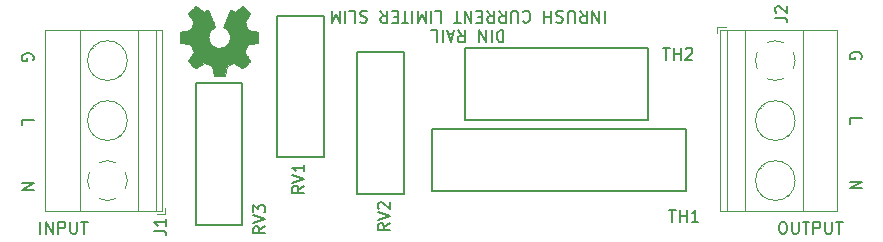
<source format=gbr>
G04 #@! TF.GenerationSoftware,KiCad,Pcbnew,5.1.5+dfsg1-2build2*
G04 #@! TF.CreationDate,2021-09-07T18:55:11-05:00*
G04 #@! TF.ProjectId,INRUSH_CURRENT_LIMITER_SLIM,494e5255-5348-45f4-9355-5252454e545f,rev?*
G04 #@! TF.SameCoordinates,Original*
G04 #@! TF.FileFunction,Legend,Top*
G04 #@! TF.FilePolarity,Positive*
%FSLAX46Y46*%
G04 Gerber Fmt 4.6, Leading zero omitted, Abs format (unit mm)*
G04 Created by KiCad (PCBNEW 5.1.5+dfsg1-2build2) date 2021-09-07 18:55:11*
%MOMM*%
%LPD*%
G04 APERTURE LIST*
%ADD10C,0.150000*%
%ADD11C,0.010000*%
%ADD12C,0.120000*%
G04 APERTURE END LIST*
D10*
X141279190Y-102353619D02*
X141279190Y-103353619D01*
X141041095Y-103353619D01*
X140898238Y-103306000D01*
X140803000Y-103210761D01*
X140755380Y-103115523D01*
X140707761Y-102925047D01*
X140707761Y-102782190D01*
X140755380Y-102591714D01*
X140803000Y-102496476D01*
X140898238Y-102401238D01*
X141041095Y-102353619D01*
X141279190Y-102353619D01*
X140279190Y-102353619D02*
X140279190Y-103353619D01*
X139803000Y-102353619D02*
X139803000Y-103353619D01*
X139231571Y-102353619D01*
X139231571Y-103353619D01*
X137422047Y-102353619D02*
X137755380Y-102829809D01*
X137993476Y-102353619D02*
X137993476Y-103353619D01*
X137612523Y-103353619D01*
X137517285Y-103306000D01*
X137469666Y-103258380D01*
X137422047Y-103163142D01*
X137422047Y-103020285D01*
X137469666Y-102925047D01*
X137517285Y-102877428D01*
X137612523Y-102829809D01*
X137993476Y-102829809D01*
X137041095Y-102639333D02*
X136564904Y-102639333D01*
X137136333Y-102353619D02*
X136803000Y-103353619D01*
X136469666Y-102353619D01*
X136136333Y-102353619D02*
X136136333Y-103353619D01*
X135183952Y-102353619D02*
X135660142Y-102353619D01*
X135660142Y-103353619D01*
X149850619Y-100703619D02*
X149850619Y-101703619D01*
X149374428Y-100703619D02*
X149374428Y-101703619D01*
X148803000Y-100703619D01*
X148803000Y-101703619D01*
X147755380Y-100703619D02*
X148088714Y-101179809D01*
X148326809Y-100703619D02*
X148326809Y-101703619D01*
X147945857Y-101703619D01*
X147850619Y-101656000D01*
X147803000Y-101608380D01*
X147755380Y-101513142D01*
X147755380Y-101370285D01*
X147803000Y-101275047D01*
X147850619Y-101227428D01*
X147945857Y-101179809D01*
X148326809Y-101179809D01*
X147326809Y-101703619D02*
X147326809Y-100894095D01*
X147279190Y-100798857D01*
X147231571Y-100751238D01*
X147136333Y-100703619D01*
X146945857Y-100703619D01*
X146850619Y-100751238D01*
X146803000Y-100798857D01*
X146755380Y-100894095D01*
X146755380Y-101703619D01*
X146326809Y-100751238D02*
X146183952Y-100703619D01*
X145945857Y-100703619D01*
X145850619Y-100751238D01*
X145803000Y-100798857D01*
X145755380Y-100894095D01*
X145755380Y-100989333D01*
X145803000Y-101084571D01*
X145850619Y-101132190D01*
X145945857Y-101179809D01*
X146136333Y-101227428D01*
X146231571Y-101275047D01*
X146279190Y-101322666D01*
X146326809Y-101417904D01*
X146326809Y-101513142D01*
X146279190Y-101608380D01*
X146231571Y-101656000D01*
X146136333Y-101703619D01*
X145898238Y-101703619D01*
X145755380Y-101656000D01*
X145326809Y-100703619D02*
X145326809Y-101703619D01*
X145326809Y-101227428D02*
X144755380Y-101227428D01*
X144755380Y-100703619D02*
X144755380Y-101703619D01*
X142945857Y-100798857D02*
X142993476Y-100751238D01*
X143136333Y-100703619D01*
X143231571Y-100703619D01*
X143374428Y-100751238D01*
X143469666Y-100846476D01*
X143517285Y-100941714D01*
X143564904Y-101132190D01*
X143564904Y-101275047D01*
X143517285Y-101465523D01*
X143469666Y-101560761D01*
X143374428Y-101656000D01*
X143231571Y-101703619D01*
X143136333Y-101703619D01*
X142993476Y-101656000D01*
X142945857Y-101608380D01*
X142517285Y-101703619D02*
X142517285Y-100894095D01*
X142469666Y-100798857D01*
X142422047Y-100751238D01*
X142326809Y-100703619D01*
X142136333Y-100703619D01*
X142041095Y-100751238D01*
X141993476Y-100798857D01*
X141945857Y-100894095D01*
X141945857Y-101703619D01*
X140898238Y-100703619D02*
X141231571Y-101179809D01*
X141469666Y-100703619D02*
X141469666Y-101703619D01*
X141088714Y-101703619D01*
X140993476Y-101656000D01*
X140945857Y-101608380D01*
X140898238Y-101513142D01*
X140898238Y-101370285D01*
X140945857Y-101275047D01*
X140993476Y-101227428D01*
X141088714Y-101179809D01*
X141469666Y-101179809D01*
X139898238Y-100703619D02*
X140231571Y-101179809D01*
X140469666Y-100703619D02*
X140469666Y-101703619D01*
X140088714Y-101703619D01*
X139993476Y-101656000D01*
X139945857Y-101608380D01*
X139898238Y-101513142D01*
X139898238Y-101370285D01*
X139945857Y-101275047D01*
X139993476Y-101227428D01*
X140088714Y-101179809D01*
X140469666Y-101179809D01*
X139469666Y-101227428D02*
X139136333Y-101227428D01*
X138993476Y-100703619D02*
X139469666Y-100703619D01*
X139469666Y-101703619D01*
X138993476Y-101703619D01*
X138564904Y-100703619D02*
X138564904Y-101703619D01*
X137993476Y-100703619D01*
X137993476Y-101703619D01*
X137660142Y-101703619D02*
X137088714Y-101703619D01*
X137374428Y-100703619D02*
X137374428Y-101703619D01*
X135517285Y-100703619D02*
X135993476Y-100703619D01*
X135993476Y-101703619D01*
X135183952Y-100703619D02*
X135183952Y-101703619D01*
X134707761Y-100703619D02*
X134707761Y-101703619D01*
X134374428Y-100989333D01*
X134041095Y-101703619D01*
X134041095Y-100703619D01*
X133564904Y-100703619D02*
X133564904Y-101703619D01*
X133231571Y-101703619D02*
X132660142Y-101703619D01*
X132945857Y-100703619D02*
X132945857Y-101703619D01*
X132326809Y-101227428D02*
X131993476Y-101227428D01*
X131850619Y-100703619D02*
X132326809Y-100703619D01*
X132326809Y-101703619D01*
X131850619Y-101703619D01*
X130850619Y-100703619D02*
X131183952Y-101179809D01*
X131422047Y-100703619D02*
X131422047Y-101703619D01*
X131041095Y-101703619D01*
X130945857Y-101656000D01*
X130898238Y-101608380D01*
X130850619Y-101513142D01*
X130850619Y-101370285D01*
X130898238Y-101275047D01*
X130945857Y-101227428D01*
X131041095Y-101179809D01*
X131422047Y-101179809D01*
X129707761Y-100751238D02*
X129564904Y-100703619D01*
X129326809Y-100703619D01*
X129231571Y-100751238D01*
X129183952Y-100798857D01*
X129136333Y-100894095D01*
X129136333Y-100989333D01*
X129183952Y-101084571D01*
X129231571Y-101132190D01*
X129326809Y-101179809D01*
X129517285Y-101227428D01*
X129612523Y-101275047D01*
X129660142Y-101322666D01*
X129707761Y-101417904D01*
X129707761Y-101513142D01*
X129660142Y-101608380D01*
X129612523Y-101656000D01*
X129517285Y-101703619D01*
X129279190Y-101703619D01*
X129136333Y-101656000D01*
X128231571Y-100703619D02*
X128707761Y-100703619D01*
X128707761Y-101703619D01*
X127898238Y-100703619D02*
X127898238Y-101703619D01*
X127422047Y-100703619D02*
X127422047Y-101703619D01*
X127088714Y-100989333D01*
X126755380Y-101703619D01*
X126755380Y-100703619D01*
X164854238Y-118578380D02*
X165044714Y-118578380D01*
X165139952Y-118626000D01*
X165235190Y-118721238D01*
X165282809Y-118911714D01*
X165282809Y-119245047D01*
X165235190Y-119435523D01*
X165139952Y-119530761D01*
X165044714Y-119578380D01*
X164854238Y-119578380D01*
X164759000Y-119530761D01*
X164663761Y-119435523D01*
X164616142Y-119245047D01*
X164616142Y-118911714D01*
X164663761Y-118721238D01*
X164759000Y-118626000D01*
X164854238Y-118578380D01*
X165711380Y-118578380D02*
X165711380Y-119387904D01*
X165759000Y-119483142D01*
X165806619Y-119530761D01*
X165901857Y-119578380D01*
X166092333Y-119578380D01*
X166187571Y-119530761D01*
X166235190Y-119483142D01*
X166282809Y-119387904D01*
X166282809Y-118578380D01*
X166616142Y-118578380D02*
X167187571Y-118578380D01*
X166901857Y-119578380D02*
X166901857Y-118578380D01*
X167520904Y-119578380D02*
X167520904Y-118578380D01*
X167901857Y-118578380D01*
X167997095Y-118626000D01*
X168044714Y-118673619D01*
X168092333Y-118768857D01*
X168092333Y-118911714D01*
X168044714Y-119006952D01*
X167997095Y-119054571D01*
X167901857Y-119102190D01*
X167520904Y-119102190D01*
X168520904Y-118578380D02*
X168520904Y-119387904D01*
X168568523Y-119483142D01*
X168616142Y-119530761D01*
X168711380Y-119578380D01*
X168901857Y-119578380D01*
X168997095Y-119530761D01*
X169044714Y-119483142D01*
X169092333Y-119387904D01*
X169092333Y-118578380D01*
X169425666Y-118578380D02*
X169997095Y-118578380D01*
X169711380Y-119578380D02*
X169711380Y-118578380D01*
X102084428Y-119578380D02*
X102084428Y-118578380D01*
X102560619Y-119578380D02*
X102560619Y-118578380D01*
X103132047Y-119578380D01*
X103132047Y-118578380D01*
X103608238Y-119578380D02*
X103608238Y-118578380D01*
X103989190Y-118578380D01*
X104084428Y-118626000D01*
X104132047Y-118673619D01*
X104179666Y-118768857D01*
X104179666Y-118911714D01*
X104132047Y-119006952D01*
X104084428Y-119054571D01*
X103989190Y-119102190D01*
X103608238Y-119102190D01*
X104608238Y-118578380D02*
X104608238Y-119387904D01*
X104655857Y-119483142D01*
X104703476Y-119530761D01*
X104798714Y-119578380D01*
X104989190Y-119578380D01*
X105084428Y-119530761D01*
X105132047Y-119483142D01*
X105179666Y-119387904D01*
X105179666Y-118578380D01*
X105513000Y-118578380D02*
X106084428Y-118578380D01*
X105798714Y-119578380D02*
X105798714Y-118578380D01*
X171569000Y-104743904D02*
X171616619Y-104648666D01*
X171616619Y-104505809D01*
X171569000Y-104362952D01*
X171473761Y-104267714D01*
X171378523Y-104220095D01*
X171188047Y-104172476D01*
X171045190Y-104172476D01*
X170854714Y-104220095D01*
X170759476Y-104267714D01*
X170664238Y-104362952D01*
X170616619Y-104505809D01*
X170616619Y-104601047D01*
X170664238Y-104743904D01*
X170711857Y-104791523D01*
X171045190Y-104791523D01*
X171045190Y-104601047D01*
X170616619Y-110267714D02*
X170616619Y-109791523D01*
X171616619Y-109791523D01*
X170616619Y-115172476D02*
X171616619Y-115172476D01*
X170616619Y-115743904D01*
X171616619Y-115743904D01*
X101465000Y-104870904D02*
X101512619Y-104775666D01*
X101512619Y-104632809D01*
X101465000Y-104489952D01*
X101369761Y-104394714D01*
X101274523Y-104347095D01*
X101084047Y-104299476D01*
X100941190Y-104299476D01*
X100750714Y-104347095D01*
X100655476Y-104394714D01*
X100560238Y-104489952D01*
X100512619Y-104632809D01*
X100512619Y-104728047D01*
X100560238Y-104870904D01*
X100607857Y-104918523D01*
X100941190Y-104918523D01*
X100941190Y-104728047D01*
X100512619Y-110394714D02*
X100512619Y-109918523D01*
X101512619Y-109918523D01*
X100512619Y-115299476D02*
X101512619Y-115299476D01*
X100512619Y-115870904D01*
X101512619Y-115870904D01*
D11*
G36*
X116665186Y-105782069D02*
G01*
X116581365Y-105337445D01*
X116272080Y-105209947D01*
X115962794Y-105082449D01*
X115591754Y-105334754D01*
X115487843Y-105405004D01*
X115393913Y-105467728D01*
X115314348Y-105520062D01*
X115253530Y-105559143D01*
X115215843Y-105582107D01*
X115205579Y-105587058D01*
X115187090Y-105574324D01*
X115147580Y-105539118D01*
X115091478Y-105485938D01*
X115023213Y-105419282D01*
X114947214Y-105343646D01*
X114867908Y-105263528D01*
X114789725Y-105183426D01*
X114717093Y-105107836D01*
X114654441Y-105041255D01*
X114606197Y-104988182D01*
X114576790Y-104953113D01*
X114569759Y-104941377D01*
X114579877Y-104919740D01*
X114608241Y-104872338D01*
X114651871Y-104803807D01*
X114707782Y-104718785D01*
X114772994Y-104621907D01*
X114810781Y-104566650D01*
X114879657Y-104465752D01*
X114940860Y-104374701D01*
X114991422Y-104298030D01*
X115028372Y-104240272D01*
X115048742Y-104205957D01*
X115051803Y-104198746D01*
X115044864Y-104178252D01*
X115025949Y-104130487D01*
X114997913Y-104062168D01*
X114963609Y-103980011D01*
X114925891Y-103890730D01*
X114887613Y-103801042D01*
X114851630Y-103717662D01*
X114820794Y-103647306D01*
X114797961Y-103596690D01*
X114785983Y-103572529D01*
X114785276Y-103571578D01*
X114766469Y-103566964D01*
X114716382Y-103556672D01*
X114640207Y-103541713D01*
X114543135Y-103523099D01*
X114430357Y-103501841D01*
X114364558Y-103489582D01*
X114244050Y-103466638D01*
X114135203Y-103444805D01*
X114043524Y-103425278D01*
X113974519Y-103409252D01*
X113933696Y-103397921D01*
X113925489Y-103394326D01*
X113917452Y-103369994D01*
X113910967Y-103315041D01*
X113906030Y-103235892D01*
X113902636Y-103138974D01*
X113900782Y-103030713D01*
X113900462Y-102917535D01*
X113901673Y-102805865D01*
X113904410Y-102702132D01*
X113908669Y-102612759D01*
X113914445Y-102544174D01*
X113921733Y-102502803D01*
X113926105Y-102494190D01*
X113952236Y-102483867D01*
X114007607Y-102469108D01*
X114084893Y-102451648D01*
X114176770Y-102433220D01*
X114208842Y-102427259D01*
X114363476Y-102398934D01*
X114485625Y-102376124D01*
X114579327Y-102357920D01*
X114648616Y-102343417D01*
X114697529Y-102331708D01*
X114730103Y-102321885D01*
X114750372Y-102313044D01*
X114762374Y-102304276D01*
X114764053Y-102302543D01*
X114780816Y-102274629D01*
X114806386Y-102220305D01*
X114838212Y-102146223D01*
X114873740Y-102059035D01*
X114910417Y-101965392D01*
X114945689Y-101871948D01*
X114977004Y-101785353D01*
X115001807Y-101712260D01*
X115017546Y-101659322D01*
X115021668Y-101633189D01*
X115021324Y-101632274D01*
X115007359Y-101610914D01*
X114975678Y-101563916D01*
X114929609Y-101496173D01*
X114872482Y-101412577D01*
X114807627Y-101318018D01*
X114789157Y-101291146D01*
X114723301Y-101193725D01*
X114665350Y-101104837D01*
X114618462Y-101029588D01*
X114585793Y-100973080D01*
X114570500Y-100940419D01*
X114569759Y-100936407D01*
X114582608Y-100915316D01*
X114618112Y-100873536D01*
X114671707Y-100815555D01*
X114738829Y-100745865D01*
X114814913Y-100668955D01*
X114895396Y-100589317D01*
X114975713Y-100511439D01*
X115051301Y-100439814D01*
X115117595Y-100378930D01*
X115170031Y-100333279D01*
X115204045Y-100307350D01*
X115213455Y-100303117D01*
X115235357Y-100313088D01*
X115280200Y-100339980D01*
X115340679Y-100379264D01*
X115387211Y-100410883D01*
X115471525Y-100468902D01*
X115571374Y-100537216D01*
X115671527Y-100605421D01*
X115725373Y-100641925D01*
X115907629Y-100765200D01*
X116060619Y-100682480D01*
X116130318Y-100646241D01*
X116189586Y-100618074D01*
X116229689Y-100602009D01*
X116239897Y-100599774D01*
X116252171Y-100616278D01*
X116276387Y-100662918D01*
X116310737Y-100735391D01*
X116353412Y-100829394D01*
X116402606Y-100940626D01*
X116456510Y-101064785D01*
X116513316Y-101197568D01*
X116571218Y-101334673D01*
X116628407Y-101471798D01*
X116683076Y-101604642D01*
X116733416Y-101728902D01*
X116777620Y-101840275D01*
X116813881Y-101934461D01*
X116840391Y-102007156D01*
X116855342Y-102054059D01*
X116857746Y-102070167D01*
X116838689Y-102090714D01*
X116796964Y-102124067D01*
X116741294Y-102163298D01*
X116736622Y-102166401D01*
X116592736Y-102281577D01*
X116476717Y-102415947D01*
X116389570Y-102565216D01*
X116332301Y-102725087D01*
X116305914Y-102891263D01*
X116311415Y-103059448D01*
X116349810Y-103225345D01*
X116422105Y-103384658D01*
X116443374Y-103419513D01*
X116554004Y-103560263D01*
X116684698Y-103673286D01*
X116830936Y-103757997D01*
X116988192Y-103813806D01*
X117151943Y-103840126D01*
X117317667Y-103836370D01*
X117480838Y-103801950D01*
X117636935Y-103736277D01*
X117781433Y-103638765D01*
X117826131Y-103599187D01*
X117939888Y-103475297D01*
X118022782Y-103344876D01*
X118079644Y-103198685D01*
X118111313Y-103053912D01*
X118119131Y-102891140D01*
X118093062Y-102727560D01*
X118035755Y-102568702D01*
X117949856Y-102420094D01*
X117838014Y-102287265D01*
X117702877Y-102175744D01*
X117685117Y-102163989D01*
X117628850Y-102125492D01*
X117586077Y-102092137D01*
X117565628Y-102070840D01*
X117565331Y-102070167D01*
X117569721Y-102047129D01*
X117587124Y-101994843D01*
X117615732Y-101917610D01*
X117653735Y-101819732D01*
X117699326Y-101705509D01*
X117750697Y-101579242D01*
X117806038Y-101445233D01*
X117863542Y-101307782D01*
X117921399Y-101171192D01*
X117977802Y-101039763D01*
X118030942Y-100917795D01*
X118079010Y-100809591D01*
X118120199Y-100719451D01*
X118152699Y-100651677D01*
X118174703Y-100610570D01*
X118183564Y-100599774D01*
X118210640Y-100608181D01*
X118261303Y-100630728D01*
X118326817Y-100663387D01*
X118362841Y-100682480D01*
X118515832Y-100765200D01*
X118698088Y-100641925D01*
X118791125Y-100578772D01*
X118892985Y-100509273D01*
X118988438Y-100443835D01*
X119036250Y-100410883D01*
X119103495Y-100365727D01*
X119160436Y-100329943D01*
X119199646Y-100308062D01*
X119212381Y-100303437D01*
X119230917Y-100315915D01*
X119271941Y-100350748D01*
X119331475Y-100404322D01*
X119405542Y-100473017D01*
X119490165Y-100553219D01*
X119543685Y-100604714D01*
X119637319Y-100696714D01*
X119718241Y-100779001D01*
X119783177Y-100848055D01*
X119828858Y-100900356D01*
X119852011Y-100932384D01*
X119854232Y-100938884D01*
X119843924Y-100963606D01*
X119815439Y-101013595D01*
X119771937Y-101083788D01*
X119716577Y-101169125D01*
X119652520Y-101264544D01*
X119634303Y-101291146D01*
X119567927Y-101387833D01*
X119508378Y-101474883D01*
X119458984Y-101547405D01*
X119423075Y-101600507D01*
X119403981Y-101629297D01*
X119402136Y-101632274D01*
X119404895Y-101655218D01*
X119419538Y-101705664D01*
X119443513Y-101776959D01*
X119474266Y-101862453D01*
X119509244Y-101955493D01*
X119545893Y-102049426D01*
X119581661Y-102137601D01*
X119613994Y-102213366D01*
X119640338Y-102270069D01*
X119658142Y-102301057D01*
X119659407Y-102302543D01*
X119670294Y-102311399D01*
X119688682Y-102320157D01*
X119718606Y-102329723D01*
X119764103Y-102341004D01*
X119829209Y-102354907D01*
X119917961Y-102372337D01*
X120034393Y-102394202D01*
X120182542Y-102421409D01*
X120214618Y-102427259D01*
X120309686Y-102445626D01*
X120392565Y-102463595D01*
X120455930Y-102479431D01*
X120492458Y-102491400D01*
X120497356Y-102494190D01*
X120505427Y-102518928D01*
X120511987Y-102574210D01*
X120517033Y-102653611D01*
X120520559Y-102750704D01*
X120522561Y-102859062D01*
X120523036Y-102972260D01*
X120521977Y-103083872D01*
X120519382Y-103187471D01*
X120515246Y-103276632D01*
X120509563Y-103344928D01*
X120502331Y-103385934D01*
X120497971Y-103394326D01*
X120473698Y-103402792D01*
X120418426Y-103416565D01*
X120337662Y-103434450D01*
X120236912Y-103455252D01*
X120121683Y-103477777D01*
X120058902Y-103489582D01*
X119939787Y-103511849D01*
X119833565Y-103532021D01*
X119745427Y-103549085D01*
X119680566Y-103562031D01*
X119644174Y-103569845D01*
X119638184Y-103571578D01*
X119628061Y-103591110D01*
X119606662Y-103638157D01*
X119576839Y-103705997D01*
X119541445Y-103787909D01*
X119503332Y-103877172D01*
X119465353Y-103967065D01*
X119430360Y-104050865D01*
X119401206Y-104121853D01*
X119380743Y-104173306D01*
X119371823Y-104198503D01*
X119371657Y-104199604D01*
X119381769Y-104219481D01*
X119410117Y-104265223D01*
X119453723Y-104332283D01*
X119509606Y-104416116D01*
X119574787Y-104512174D01*
X119612679Y-104567350D01*
X119681725Y-104668519D01*
X119743050Y-104760370D01*
X119793663Y-104838256D01*
X119830571Y-104897531D01*
X119850782Y-104933549D01*
X119853701Y-104941623D01*
X119841153Y-104960416D01*
X119806463Y-105000543D01*
X119754063Y-105057507D01*
X119688384Y-105126815D01*
X119613856Y-105203969D01*
X119534913Y-105284475D01*
X119455983Y-105363837D01*
X119381500Y-105437560D01*
X119315894Y-105501148D01*
X119263596Y-105550106D01*
X119229039Y-105579939D01*
X119217478Y-105587058D01*
X119198654Y-105577047D01*
X119153631Y-105548922D01*
X119086787Y-105505546D01*
X119002499Y-105449782D01*
X118905144Y-105384494D01*
X118831707Y-105334754D01*
X118460667Y-105082449D01*
X117842095Y-105337445D01*
X117758275Y-105782069D01*
X117674454Y-106226693D01*
X116749006Y-106226693D01*
X116665186Y-105782069D01*
G37*
X116665186Y-105782069D02*
X116581365Y-105337445D01*
X116272080Y-105209947D01*
X115962794Y-105082449D01*
X115591754Y-105334754D01*
X115487843Y-105405004D01*
X115393913Y-105467728D01*
X115314348Y-105520062D01*
X115253530Y-105559143D01*
X115215843Y-105582107D01*
X115205579Y-105587058D01*
X115187090Y-105574324D01*
X115147580Y-105539118D01*
X115091478Y-105485938D01*
X115023213Y-105419282D01*
X114947214Y-105343646D01*
X114867908Y-105263528D01*
X114789725Y-105183426D01*
X114717093Y-105107836D01*
X114654441Y-105041255D01*
X114606197Y-104988182D01*
X114576790Y-104953113D01*
X114569759Y-104941377D01*
X114579877Y-104919740D01*
X114608241Y-104872338D01*
X114651871Y-104803807D01*
X114707782Y-104718785D01*
X114772994Y-104621907D01*
X114810781Y-104566650D01*
X114879657Y-104465752D01*
X114940860Y-104374701D01*
X114991422Y-104298030D01*
X115028372Y-104240272D01*
X115048742Y-104205957D01*
X115051803Y-104198746D01*
X115044864Y-104178252D01*
X115025949Y-104130487D01*
X114997913Y-104062168D01*
X114963609Y-103980011D01*
X114925891Y-103890730D01*
X114887613Y-103801042D01*
X114851630Y-103717662D01*
X114820794Y-103647306D01*
X114797961Y-103596690D01*
X114785983Y-103572529D01*
X114785276Y-103571578D01*
X114766469Y-103566964D01*
X114716382Y-103556672D01*
X114640207Y-103541713D01*
X114543135Y-103523099D01*
X114430357Y-103501841D01*
X114364558Y-103489582D01*
X114244050Y-103466638D01*
X114135203Y-103444805D01*
X114043524Y-103425278D01*
X113974519Y-103409252D01*
X113933696Y-103397921D01*
X113925489Y-103394326D01*
X113917452Y-103369994D01*
X113910967Y-103315041D01*
X113906030Y-103235892D01*
X113902636Y-103138974D01*
X113900782Y-103030713D01*
X113900462Y-102917535D01*
X113901673Y-102805865D01*
X113904410Y-102702132D01*
X113908669Y-102612759D01*
X113914445Y-102544174D01*
X113921733Y-102502803D01*
X113926105Y-102494190D01*
X113952236Y-102483867D01*
X114007607Y-102469108D01*
X114084893Y-102451648D01*
X114176770Y-102433220D01*
X114208842Y-102427259D01*
X114363476Y-102398934D01*
X114485625Y-102376124D01*
X114579327Y-102357920D01*
X114648616Y-102343417D01*
X114697529Y-102331708D01*
X114730103Y-102321885D01*
X114750372Y-102313044D01*
X114762374Y-102304276D01*
X114764053Y-102302543D01*
X114780816Y-102274629D01*
X114806386Y-102220305D01*
X114838212Y-102146223D01*
X114873740Y-102059035D01*
X114910417Y-101965392D01*
X114945689Y-101871948D01*
X114977004Y-101785353D01*
X115001807Y-101712260D01*
X115017546Y-101659322D01*
X115021668Y-101633189D01*
X115021324Y-101632274D01*
X115007359Y-101610914D01*
X114975678Y-101563916D01*
X114929609Y-101496173D01*
X114872482Y-101412577D01*
X114807627Y-101318018D01*
X114789157Y-101291146D01*
X114723301Y-101193725D01*
X114665350Y-101104837D01*
X114618462Y-101029588D01*
X114585793Y-100973080D01*
X114570500Y-100940419D01*
X114569759Y-100936407D01*
X114582608Y-100915316D01*
X114618112Y-100873536D01*
X114671707Y-100815555D01*
X114738829Y-100745865D01*
X114814913Y-100668955D01*
X114895396Y-100589317D01*
X114975713Y-100511439D01*
X115051301Y-100439814D01*
X115117595Y-100378930D01*
X115170031Y-100333279D01*
X115204045Y-100307350D01*
X115213455Y-100303117D01*
X115235357Y-100313088D01*
X115280200Y-100339980D01*
X115340679Y-100379264D01*
X115387211Y-100410883D01*
X115471525Y-100468902D01*
X115571374Y-100537216D01*
X115671527Y-100605421D01*
X115725373Y-100641925D01*
X115907629Y-100765200D01*
X116060619Y-100682480D01*
X116130318Y-100646241D01*
X116189586Y-100618074D01*
X116229689Y-100602009D01*
X116239897Y-100599774D01*
X116252171Y-100616278D01*
X116276387Y-100662918D01*
X116310737Y-100735391D01*
X116353412Y-100829394D01*
X116402606Y-100940626D01*
X116456510Y-101064785D01*
X116513316Y-101197568D01*
X116571218Y-101334673D01*
X116628407Y-101471798D01*
X116683076Y-101604642D01*
X116733416Y-101728902D01*
X116777620Y-101840275D01*
X116813881Y-101934461D01*
X116840391Y-102007156D01*
X116855342Y-102054059D01*
X116857746Y-102070167D01*
X116838689Y-102090714D01*
X116796964Y-102124067D01*
X116741294Y-102163298D01*
X116736622Y-102166401D01*
X116592736Y-102281577D01*
X116476717Y-102415947D01*
X116389570Y-102565216D01*
X116332301Y-102725087D01*
X116305914Y-102891263D01*
X116311415Y-103059448D01*
X116349810Y-103225345D01*
X116422105Y-103384658D01*
X116443374Y-103419513D01*
X116554004Y-103560263D01*
X116684698Y-103673286D01*
X116830936Y-103757997D01*
X116988192Y-103813806D01*
X117151943Y-103840126D01*
X117317667Y-103836370D01*
X117480838Y-103801950D01*
X117636935Y-103736277D01*
X117781433Y-103638765D01*
X117826131Y-103599187D01*
X117939888Y-103475297D01*
X118022782Y-103344876D01*
X118079644Y-103198685D01*
X118111313Y-103053912D01*
X118119131Y-102891140D01*
X118093062Y-102727560D01*
X118035755Y-102568702D01*
X117949856Y-102420094D01*
X117838014Y-102287265D01*
X117702877Y-102175744D01*
X117685117Y-102163989D01*
X117628850Y-102125492D01*
X117586077Y-102092137D01*
X117565628Y-102070840D01*
X117565331Y-102070167D01*
X117569721Y-102047129D01*
X117587124Y-101994843D01*
X117615732Y-101917610D01*
X117653735Y-101819732D01*
X117699326Y-101705509D01*
X117750697Y-101579242D01*
X117806038Y-101445233D01*
X117863542Y-101307782D01*
X117921399Y-101171192D01*
X117977802Y-101039763D01*
X118030942Y-100917795D01*
X118079010Y-100809591D01*
X118120199Y-100719451D01*
X118152699Y-100651677D01*
X118174703Y-100610570D01*
X118183564Y-100599774D01*
X118210640Y-100608181D01*
X118261303Y-100630728D01*
X118326817Y-100663387D01*
X118362841Y-100682480D01*
X118515832Y-100765200D01*
X118698088Y-100641925D01*
X118791125Y-100578772D01*
X118892985Y-100509273D01*
X118988438Y-100443835D01*
X119036250Y-100410883D01*
X119103495Y-100365727D01*
X119160436Y-100329943D01*
X119199646Y-100308062D01*
X119212381Y-100303437D01*
X119230917Y-100315915D01*
X119271941Y-100350748D01*
X119331475Y-100404322D01*
X119405542Y-100473017D01*
X119490165Y-100553219D01*
X119543685Y-100604714D01*
X119637319Y-100696714D01*
X119718241Y-100779001D01*
X119783177Y-100848055D01*
X119828858Y-100900356D01*
X119852011Y-100932384D01*
X119854232Y-100938884D01*
X119843924Y-100963606D01*
X119815439Y-101013595D01*
X119771937Y-101083788D01*
X119716577Y-101169125D01*
X119652520Y-101264544D01*
X119634303Y-101291146D01*
X119567927Y-101387833D01*
X119508378Y-101474883D01*
X119458984Y-101547405D01*
X119423075Y-101600507D01*
X119403981Y-101629297D01*
X119402136Y-101632274D01*
X119404895Y-101655218D01*
X119419538Y-101705664D01*
X119443513Y-101776959D01*
X119474266Y-101862453D01*
X119509244Y-101955493D01*
X119545893Y-102049426D01*
X119581661Y-102137601D01*
X119613994Y-102213366D01*
X119640338Y-102270069D01*
X119658142Y-102301057D01*
X119659407Y-102302543D01*
X119670294Y-102311399D01*
X119688682Y-102320157D01*
X119718606Y-102329723D01*
X119764103Y-102341004D01*
X119829209Y-102354907D01*
X119917961Y-102372337D01*
X120034393Y-102394202D01*
X120182542Y-102421409D01*
X120214618Y-102427259D01*
X120309686Y-102445626D01*
X120392565Y-102463595D01*
X120455930Y-102479431D01*
X120492458Y-102491400D01*
X120497356Y-102494190D01*
X120505427Y-102518928D01*
X120511987Y-102574210D01*
X120517033Y-102653611D01*
X120520559Y-102750704D01*
X120522561Y-102859062D01*
X120523036Y-102972260D01*
X120521977Y-103083872D01*
X120519382Y-103187471D01*
X120515246Y-103276632D01*
X120509563Y-103344928D01*
X120502331Y-103385934D01*
X120497971Y-103394326D01*
X120473698Y-103402792D01*
X120418426Y-103416565D01*
X120337662Y-103434450D01*
X120236912Y-103455252D01*
X120121683Y-103477777D01*
X120058902Y-103489582D01*
X119939787Y-103511849D01*
X119833565Y-103532021D01*
X119745427Y-103549085D01*
X119680566Y-103562031D01*
X119644174Y-103569845D01*
X119638184Y-103571578D01*
X119628061Y-103591110D01*
X119606662Y-103638157D01*
X119576839Y-103705997D01*
X119541445Y-103787909D01*
X119503332Y-103877172D01*
X119465353Y-103967065D01*
X119430360Y-104050865D01*
X119401206Y-104121853D01*
X119380743Y-104173306D01*
X119371823Y-104198503D01*
X119371657Y-104199604D01*
X119381769Y-104219481D01*
X119410117Y-104265223D01*
X119453723Y-104332283D01*
X119509606Y-104416116D01*
X119574787Y-104512174D01*
X119612679Y-104567350D01*
X119681725Y-104668519D01*
X119743050Y-104760370D01*
X119793663Y-104838256D01*
X119830571Y-104897531D01*
X119850782Y-104933549D01*
X119853701Y-104941623D01*
X119841153Y-104960416D01*
X119806463Y-105000543D01*
X119754063Y-105057507D01*
X119688384Y-105126815D01*
X119613856Y-105203969D01*
X119534913Y-105284475D01*
X119455983Y-105363837D01*
X119381500Y-105437560D01*
X119315894Y-105501148D01*
X119263596Y-105550106D01*
X119229039Y-105579939D01*
X119217478Y-105587058D01*
X119198654Y-105577047D01*
X119153631Y-105548922D01*
X119086787Y-105505546D01*
X119002499Y-105449782D01*
X118905144Y-105384494D01*
X118831707Y-105334754D01*
X118460667Y-105082449D01*
X117842095Y-105337445D01*
X117758275Y-105782069D01*
X117674454Y-106226693D01*
X116749006Y-106226693D01*
X116665186Y-105782069D01*
D10*
X132822000Y-104176000D02*
X128922000Y-104176000D01*
X132822000Y-116176000D02*
X128922000Y-116176000D01*
X132822000Y-104176000D02*
X132822000Y-116176000D01*
X128922000Y-104176000D02*
X128922000Y-116176000D01*
X122150000Y-113121000D02*
X126050000Y-113121000D01*
X122150000Y-101121000D02*
X126050000Y-101121000D01*
X122150000Y-113121000D02*
X122150000Y-101121000D01*
X126050000Y-113121000D02*
X126050000Y-101121000D01*
X115250000Y-118836000D02*
X119150000Y-118836000D01*
X115250000Y-106836000D02*
X119150000Y-106836000D01*
X115250000Y-118836000D02*
X115250000Y-106836000D01*
X119150000Y-118836000D02*
X119150000Y-106836000D01*
X153500000Y-109931000D02*
X153500000Y-103831000D01*
X138000000Y-109931000D02*
X138000000Y-103831000D01*
X153500000Y-109931000D02*
X138000000Y-109931000D01*
X153500000Y-103831000D02*
X138000000Y-103831000D01*
X156750000Y-115977000D02*
X156750000Y-110677000D01*
X135250000Y-115977000D02*
X135250000Y-110677000D01*
X156750000Y-115977000D02*
X135250000Y-115977000D01*
X156750000Y-110677000D02*
X135250000Y-110677000D01*
D12*
X159400000Y-102080000D02*
X159400000Y-102580000D01*
X160140000Y-102080000D02*
X159400000Y-102080000D01*
X163277000Y-113853000D02*
X163231000Y-113806000D01*
X165575000Y-116150000D02*
X165539000Y-116115000D01*
X163061000Y-114046000D02*
X163026000Y-114011000D01*
X165369000Y-116355000D02*
X165323000Y-116308000D01*
X163277000Y-108773000D02*
X163231000Y-108726000D01*
X165575000Y-111070000D02*
X165539000Y-111035000D01*
X163061000Y-108966000D02*
X163026000Y-108931000D01*
X165369000Y-111275000D02*
X165323000Y-111228000D01*
X169561000Y-117680000D02*
X159640000Y-117680000D01*
X169561000Y-102320000D02*
X159640000Y-102320000D01*
X159640000Y-102320000D02*
X159640000Y-117680000D01*
X169561000Y-102320000D02*
X169561000Y-117680000D01*
X166601000Y-102320000D02*
X166601000Y-117680000D01*
X161700000Y-102320000D02*
X161700000Y-117680000D01*
X160200000Y-102320000D02*
X160200000Y-117680000D01*
X165980000Y-115080000D02*
G75*
G03X165980000Y-115080000I-1680000J0D01*
G01*
X165980000Y-110000000D02*
G75*
G03X165980000Y-110000000I-1680000J0D01*
G01*
X162619747Y-104948805D02*
G75*
G02X162765000Y-104236000I1680253J28805D01*
G01*
X163616958Y-103384574D02*
G75*
G02X164984000Y-103385000I683042J-1535426D01*
G01*
X165835426Y-104236958D02*
G75*
G02X165835000Y-105604000I-1535426J-683042D01*
G01*
X164983042Y-106455426D02*
G75*
G02X163616000Y-106455000I-683042J1535426D01*
G01*
X162765244Y-105603318D02*
G75*
G02X162620000Y-104920000I1534756J683318D01*
G01*
X112650000Y-117920000D02*
X112650000Y-117420000D01*
X111910000Y-117920000D02*
X112650000Y-117920000D01*
X108773000Y-106147000D02*
X108819000Y-106194000D01*
X106475000Y-103850000D02*
X106511000Y-103885000D01*
X108989000Y-105954000D02*
X109024000Y-105989000D01*
X106681000Y-103645000D02*
X106727000Y-103692000D01*
X108773000Y-111227000D02*
X108819000Y-111274000D01*
X106475000Y-108930000D02*
X106511000Y-108965000D01*
X108989000Y-111034000D02*
X109024000Y-111069000D01*
X106681000Y-108725000D02*
X106727000Y-108772000D01*
X102489000Y-102320000D02*
X112410000Y-102320000D01*
X102489000Y-117680000D02*
X112410000Y-117680000D01*
X112410000Y-117680000D02*
X112410000Y-102320000D01*
X102489000Y-117680000D02*
X102489000Y-102320000D01*
X105449000Y-117680000D02*
X105449000Y-102320000D01*
X110350000Y-117680000D02*
X110350000Y-102320000D01*
X111850000Y-117680000D02*
X111850000Y-102320000D01*
X109430000Y-104920000D02*
G75*
G03X109430000Y-104920000I-1680000J0D01*
G01*
X109430000Y-110000000D02*
G75*
G03X109430000Y-110000000I-1680000J0D01*
G01*
X109430253Y-115051195D02*
G75*
G02X109285000Y-115764000I-1680253J-28805D01*
G01*
X108433042Y-116615426D02*
G75*
G02X107066000Y-116615000I-683042J1535426D01*
G01*
X106214574Y-115763042D02*
G75*
G02X106215000Y-114396000I1535426J683042D01*
G01*
X107066958Y-113544574D02*
G75*
G02X108434000Y-113545000I683042J-1535426D01*
G01*
X109284756Y-114396682D02*
G75*
G02X109430000Y-115080000I-1534756J-683318D01*
G01*
D10*
X131643380Y-118705238D02*
X131167190Y-119038571D01*
X131643380Y-119276666D02*
X130643380Y-119276666D01*
X130643380Y-118895714D01*
X130691000Y-118800476D01*
X130738619Y-118752857D01*
X130833857Y-118705238D01*
X130976714Y-118705238D01*
X131071952Y-118752857D01*
X131119571Y-118800476D01*
X131167190Y-118895714D01*
X131167190Y-119276666D01*
X130643380Y-118419523D02*
X131643380Y-118086190D01*
X130643380Y-117752857D01*
X130738619Y-117467142D02*
X130691000Y-117419523D01*
X130643380Y-117324285D01*
X130643380Y-117086190D01*
X130691000Y-116990952D01*
X130738619Y-116943333D01*
X130833857Y-116895714D01*
X130929095Y-116895714D01*
X131071952Y-116943333D01*
X131643380Y-117514761D01*
X131643380Y-116895714D01*
X124404380Y-115530238D02*
X123928190Y-115863571D01*
X124404380Y-116101666D02*
X123404380Y-116101666D01*
X123404380Y-115720714D01*
X123452000Y-115625476D01*
X123499619Y-115577857D01*
X123594857Y-115530238D01*
X123737714Y-115530238D01*
X123832952Y-115577857D01*
X123880571Y-115625476D01*
X123928190Y-115720714D01*
X123928190Y-116101666D01*
X123404380Y-115244523D02*
X124404380Y-114911190D01*
X123404380Y-114577857D01*
X124404380Y-113720714D02*
X124404380Y-114292142D01*
X124404380Y-114006428D02*
X123404380Y-114006428D01*
X123547238Y-114101666D01*
X123642476Y-114196904D01*
X123690095Y-114292142D01*
X121102380Y-118959238D02*
X120626190Y-119292571D01*
X121102380Y-119530666D02*
X120102380Y-119530666D01*
X120102380Y-119149714D01*
X120150000Y-119054476D01*
X120197619Y-119006857D01*
X120292857Y-118959238D01*
X120435714Y-118959238D01*
X120530952Y-119006857D01*
X120578571Y-119054476D01*
X120626190Y-119149714D01*
X120626190Y-119530666D01*
X120102380Y-118673523D02*
X121102380Y-118340190D01*
X120102380Y-118006857D01*
X120102380Y-117768761D02*
X120102380Y-117149714D01*
X120483333Y-117483047D01*
X120483333Y-117340190D01*
X120530952Y-117244952D01*
X120578571Y-117197333D01*
X120673809Y-117149714D01*
X120911904Y-117149714D01*
X121007142Y-117197333D01*
X121054761Y-117244952D01*
X121102380Y-117340190D01*
X121102380Y-117625904D01*
X121054761Y-117721142D01*
X121007142Y-117768761D01*
X154797285Y-103846380D02*
X155368714Y-103846380D01*
X155083000Y-104846380D02*
X155083000Y-103846380D01*
X155702047Y-104846380D02*
X155702047Y-103846380D01*
X155702047Y-104322571D02*
X156273476Y-104322571D01*
X156273476Y-104846380D02*
X156273476Y-103846380D01*
X156702047Y-103941619D02*
X156749666Y-103894000D01*
X156844904Y-103846380D01*
X157083000Y-103846380D01*
X157178238Y-103894000D01*
X157225857Y-103941619D01*
X157273476Y-104036857D01*
X157273476Y-104132095D01*
X157225857Y-104274952D01*
X156654428Y-104846380D01*
X157273476Y-104846380D01*
X155305285Y-117562380D02*
X155876714Y-117562380D01*
X155591000Y-118562380D02*
X155591000Y-117562380D01*
X156210047Y-118562380D02*
X156210047Y-117562380D01*
X156210047Y-118038571D02*
X156781476Y-118038571D01*
X156781476Y-118562380D02*
X156781476Y-117562380D01*
X157781476Y-118562380D02*
X157210047Y-118562380D01*
X157495761Y-118562380D02*
X157495761Y-117562380D01*
X157400523Y-117705238D01*
X157305285Y-117800476D01*
X157210047Y-117848095D01*
X164298380Y-101298333D02*
X165012666Y-101298333D01*
X165155523Y-101345952D01*
X165250761Y-101441190D01*
X165298380Y-101584047D01*
X165298380Y-101679285D01*
X164393619Y-100869761D02*
X164346000Y-100822142D01*
X164298380Y-100726904D01*
X164298380Y-100488809D01*
X164346000Y-100393571D01*
X164393619Y-100345952D01*
X164488857Y-100298333D01*
X164584095Y-100298333D01*
X164726952Y-100345952D01*
X165298380Y-100917380D01*
X165298380Y-100298333D01*
X111720380Y-119332333D02*
X112434666Y-119332333D01*
X112577523Y-119379952D01*
X112672761Y-119475190D01*
X112720380Y-119618047D01*
X112720380Y-119713285D01*
X112720380Y-118332333D02*
X112720380Y-118903761D01*
X112720380Y-118618047D02*
X111720380Y-118618047D01*
X111863238Y-118713285D01*
X111958476Y-118808523D01*
X112006095Y-118903761D01*
M02*

</source>
